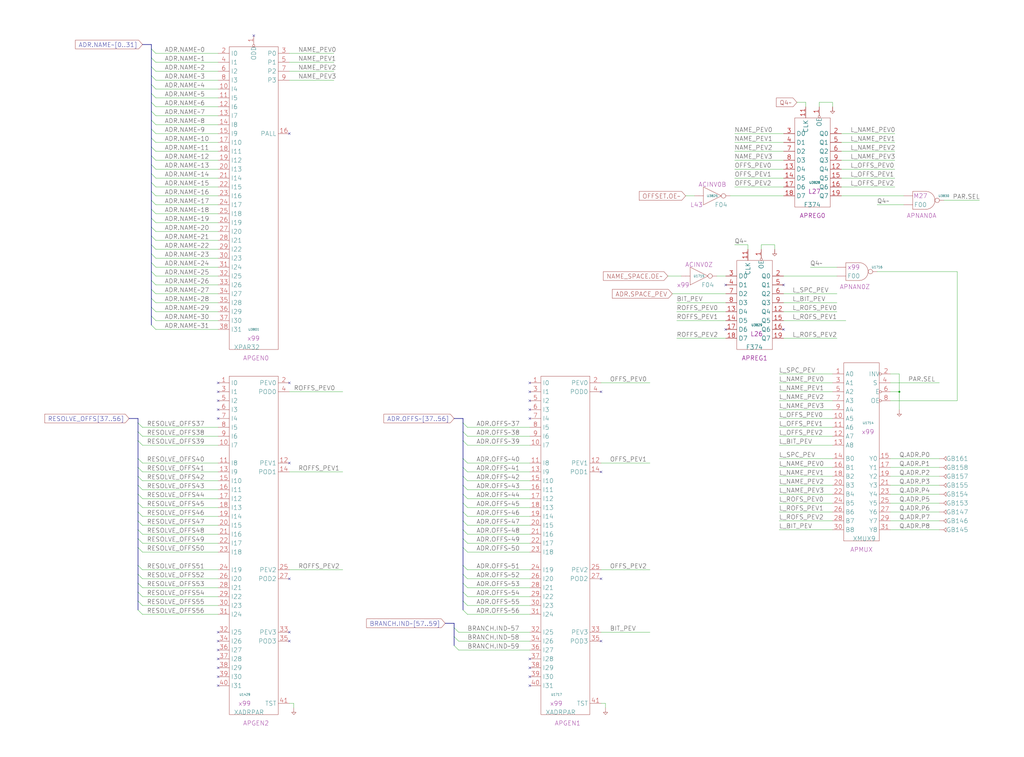
<source format=kicad_sch>
(kicad_sch (version 20230121) (generator eeschema)
  (paper "User" 584.2 431.8)
  (title_block (title "MEMORY ADDRESS PARITY") (date "22-MAY-90") (rev "1.0") (comment 1 "SEQUENCER") (comment 2 "232-003064") (comment 3 "S400") (comment 4 "RELEASED"))
  (lib_symbols
    (symbol "r1000:F00" (pin_numbers hide) (pin_names hide)
      (property "Reference" "U" (at 15.24 0 0))
      (property "Value" "F00" (at 1.905 -5.08 0))
      (property "Location" "___" (at 1.905 0 0))
      (property "Name" "______" (at 2.54 -12.7 0))
      (symbol "F00_0_1"
        (polyline (pts (xy -2.54 -7.62) (xy 5.08 -7.62)) (stroke (width 0.1524)))
        (polyline (pts (xy -2.54 2.54) (xy -2.54 -7.62)) (stroke (width 0.1524)))
        (polyline (pts (xy -2.54 2.54) (xy 5.08 2.54)) (stroke (width 0.1524)))
        (arc (start 5.08 -7.62) (mid 10.1282 -2.54) (end 5.08 2.54) (stroke (width 0.1524)))
        (circle (center 11.43 -2.54) (radius 1.27) (stroke (width 0.1524)))
      )
      (symbol "F00_0_2"
        (circle (center -3.81 -5.08) (radius 1.27) (stroke (width 0.1524)))
        (circle (center -3.81 0) (radius 1.27) (stroke (width 0.1524)))
        (arc (start -3.175 -7.62) (mid -2.134 -2.54) (end -3.175 2.54) (stroke (width 0.1524)))
        (polyline (pts (xy -3.175 -7.62) (xy 3.81 -7.62)) (stroke (width 0.1524)))
        (polyline (pts (xy -3.175 2.54) (xy 3.81 2.54)) (stroke (width 0.1524)))
        (arc (start 3.81 -7.62) (mid 7.5855 -5.8306) (end 10.16 -2.54) (stroke (width 0.1524)))
        (arc (start 10.16 -2.54) (mid 7.5827 0.7471) (end 3.81 2.54) (stroke (width 0.1524)))
      )
      (symbol "F00_1_1"
        (pin input line (at -7.62 0 0) (length 5.08) (name "D0") (number "1"))
        (pin input line (at -7.62 -5.08 0) (length 5.08) (name "D1") (number "2"))
        (pin output line (at 15.24 -2.54 180) (length 2.54) (name "Q") (number "3"))
      )
      (symbol "F00_1_2"
        (pin input line (at -7.62 0 0) (length 2.54) (name "D0") (number "1"))
        (pin input line (at -7.62 -5.08 0) (length 2.54) (name "D1") (number "2"))
        (pin output line (at 15.24 -2.54 180) (length 5.08) (name "Q") (number "3"))
      )
    )
    (symbol "r1000:F04" (pin_numbers hide) (pin_names hide)
      (property "Reference" "U" (at 0 0 0))
      (property "Value" "F04" (at 1.27 -5.08 0))
      (property "Location" "___" (at -12.7 -5.08 0))
      (property "Name" "______" (at 0 5.08 0))
      (symbol "F04_0_1"
        (polyline (pts (xy -7.62 0) (xy -5.08 0)) (stroke (width 0.1524)))
        (polyline (pts (xy -5.08 5.08) (xy -5.08 -5.08)) (stroke (width 0.1524)))
        (polyline (pts (xy 5.08 0) (xy -5.08 -5.08)) (stroke (width 0.1524)))
        (polyline (pts (xy 5.08 0) (xy -5.08 5.08)) (stroke (width 0.1524)))
        (circle (center 6.35 0) (radius 1.27) (stroke (width 0.1524)))
      )
      (symbol "F04_1_1"
        (pin input line (at -10.16 0 0) (length 2.54) (name "D0") (number "1"))
        (pin output line (at 10.16 0 180) (length 2.54) (name "Q") (number "2"))
      )
    )
    (symbol "r1000:F374" (pin_names (offset 1.016))
      (property "Reference" "U" (at 2.54 5.08 0))
      (property "Value" "F374" (at -3.81 -7.62 0))
      (property "Location" "___" (at -1.27 0 0))
      (property "Name" "______" (at 1.27 -15.24 0))
      (symbol "F374_1_1"
        (rectangle (start -8.89 41.91) (end 11.43 -8.89))
        (circle (center 5.08 42.545) (radius 0.635))
        (pin input line (at 5.08 48.26 270) (length 5.08) (name "OE") (number "1"))
        (pin input line (at -2.54 48.26 270) (length 6.35) (name "CLK") (number "11"))
        (pin tri_state line (at 17.78 12.7 180) (length 6.35) (name "Q4") (number "12"))
        (pin input line (at -15.24 12.7 0) (length 6.35) (name "D4") (number "13"))
        (pin input line (at -15.24 7.62 0) (length 6.35) (name "D5") (number "14"))
        (pin tri_state line (at 17.78 7.62 180) (length 6.35) (name "Q5") (number "15"))
        (pin tri_state line (at 17.78 2.54 180) (length 6.35) (name "Q6") (number "16"))
        (pin input line (at -15.24 2.54 0) (length 6.35) (name "D6") (number "17"))
        (pin input line (at -15.24 -2.54 0) (length 6.35) (name "D7") (number "18"))
        (pin tri_state line (at 17.78 -2.54 180) (length 6.35) (name "Q7") (number "19"))
        (pin tri_state line (at 17.78 33.02 180) (length 6.35) (name "Q0") (number "2"))
        (pin input line (at -15.24 33.02 0) (length 6.35) (name "D0") (number "3"))
        (pin input line (at -15.24 27.94 0) (length 6.35) (name "D1") (number "4"))
        (pin tri_state line (at 17.78 27.94 180) (length 6.35) (name "Q1") (number "5"))
        (pin tri_state line (at 17.78 22.86 180) (length 6.35) (name "Q2") (number "6"))
        (pin input line (at -15.24 22.86 0) (length 6.35) (name "D2") (number "7"))
        (pin input line (at -15.24 17.78 0) (length 6.35) (name "D3") (number "8"))
        (pin tri_state line (at 17.78 17.78 180) (length 6.35) (name "Q3") (number "9"))
      )
    )
    (symbol "r1000:GB" (pin_numbers hide) (pin_names (offset 0) hide)
      (property "Reference" "GB" (at 3.81 0 0))
      (symbol "GB_0_1"
        (polyline (pts (xy 2.54 0) (xy 3.81 1.27) (xy 3.81 -1.27) (xy 2.54 0)) (stroke (width 0.1524)))
      )
      (symbol "GB_1_1"
        (pin bidirectional line (at 0 0 0) (length 2.54) (name "") (number "1"))
      )
    )
    (symbol "r1000:PD" (power) (pin_numbers hide) (pin_names hide) (in_bom no)
      (symbol "PD_0_1"
        (polyline (pts (xy 0 -2.54) (xy 1.27 -2.54) (xy 0 -3.81) (xy -1.27 -2.54) (xy 0 -2.54)) (stroke (width 0.1524)))
      )
      (symbol "PD_1_1"
        (pin power_in line (at 0 0 270) (length 2.54) (name "PD") (number "1"))
      )
    )
    (symbol "r1000:XADRPAR" (pin_names (offset 1.016))
      (property "Reference" "U" (at 2.54 5.08 0))
      (property "Value" "XADRPAR" (at -3.81 -5.08 0))
      (property "Location" "___" (at -1.27 0 0))
      (property "Name" "______" (at 8.89 -12.7 0))
      (symbol "XADRPAR_1_1"
        (rectangle (start -6.35 186.69) (end 21.59 -6.35))
        (pin input line (at -12.7 182.88 0) (length 6.35) (name "I0") (number "1"))
        (pin input line (at -12.7 147.32 0) (length 6.35) (name "I7") (number "10"))
        (pin input line (at -12.7 137.16 0) (length 6.35) (name "I8") (number "11"))
        (pin output line (at 27.94 137.16 180) (length 6.35) (name "PEV1") (number "12"))
        (pin input line (at -12.7 132.08 0) (length 6.35) (name "I9") (number "13"))
        (pin output line (at 27.94 132.08 180) (length 6.35) (name "POD1") (number "14"))
        (pin input line (at -12.7 127 0) (length 6.35) (name "I10") (number "15"))
        (pin input line (at -12.7 121.92 0) (length 6.35) (name "I11") (number "16"))
        (pin input line (at -12.7 116.84 0) (length 6.35) (name "I12") (number "17"))
        (pin input line (at -12.7 111.76 0) (length 6.35) (name "I13") (number "18"))
        (pin input line (at -12.7 106.68 0) (length 6.35) (name "I14") (number "19"))
        (pin output line (at 27.94 182.88 180) (length 6.35) (name "PEV0") (number "2"))
        (pin input line (at -12.7 101.6 0) (length 6.35) (name "I15") (number "20"))
        (pin input line (at -12.7 96.52 0) (length 6.35) (name "I16") (number "21"))
        (pin input line (at -12.7 91.44 0) (length 6.35) (name "I17") (number "22"))
        (pin input line (at -12.7 86.36 0) (length 6.35) (name "I18") (number "23"))
        (pin input line (at -12.7 76.2 0) (length 6.35) (name "I19") (number "24"))
        (pin output line (at 27.94 76.2 180) (length 6.35) (name "PEV2") (number "25"))
        (pin input line (at -12.7 71.12 0) (length 6.35) (name "I20") (number "26"))
        (pin output line (at 27.94 71.12 180) (length 6.35) (name "POD2") (number "27"))
        (pin input line (at -12.7 66.04 0) (length 6.35) (name "I21") (number "28"))
        (pin input line (at -12.7 60.96 0) (length 6.35) (name "I22") (number "29"))
        (pin input line (at -12.7 177.8 0) (length 6.35) (name "I1") (number "3"))
        (pin input line (at -12.7 55.88 0) (length 6.35) (name "I23") (number "30"))
        (pin input line (at -12.7 50.8 0) (length 6.35) (name "I24") (number "31"))
        (pin input line (at -12.7 40.64 0) (length 6.35) (name "I25") (number "32"))
        (pin output line (at 27.94 40.64 180) (length 6.35) (name "PEV3") (number "33"))
        (pin input line (at -12.7 35.56 0) (length 6.35) (name "I26") (number "34"))
        (pin output line (at 27.94 35.56 180) (length 6.35) (name "POD3") (number "35"))
        (pin input line (at -12.7 30.48 0) (length 6.35) (name "I27") (number "36"))
        (pin input line (at -12.7 25.4 0) (length 6.35) (name "I28") (number "37"))
        (pin input line (at -12.7 20.32 0) (length 6.35) (name "I29") (number "38"))
        (pin input line (at -12.7 15.24 0) (length 6.35) (name "I30") (number "39"))
        (pin output line (at 27.94 177.8 180) (length 6.35) (name "POD0") (number "4"))
        (pin input line (at -12.7 10.16 0) (length 6.35) (name "I31") (number "40"))
        (pin input line (at 27.94 0 180) (length 6.35) (name "TST") (number "41"))
        (pin input line (at -12.7 172.72 0) (length 6.35) (name "I2") (number "5"))
        (pin input line (at -12.7 167.64 0) (length 6.35) (name "I3") (number "6"))
        (pin input line (at -12.7 162.56 0) (length 6.35) (name "I4") (number "7"))
        (pin input line (at -12.7 157.48 0) (length 6.35) (name "I5") (number "8"))
        (pin input line (at -12.7 152.4 0) (length 6.35) (name "I6") (number "9"))
      )
    )
    (symbol "r1000:XMUX9" (pin_names (offset 1.016))
      (property "Reference" "U" (at 2.54 5.08 0))
      (property "Value" "XMUX9" (at -6.35 -60.96 0))
      (property "Location" "___" (at -1.27 0 0))
      (property "Name" "______" (at -1.27 -68.58 0))
      (symbol "XMUX9_1_1"
        (rectangle (start -11.43 39.37) (end 8.89 -62.23))
        (circle (center 9.525 17.78) (radius 0.635))
        (circle (center 9.525 22.86) (radius 0.635))
        (circle (center 9.525 33.02) (radius 0.635))
        (pin input line (at -17.78 33.02 0) (length 6.35) (name "A0") (number "1"))
        (pin input line (at -17.78 7.62 0) (length 6.35) (name "A5") (number "10"))
        (pin input line (at -17.78 2.54 0) (length 6.35) (name "A6") (number "11"))
        (pin input line (at -17.78 -2.54 0) (length 6.35) (name "A7") (number "12"))
        (pin input line (at -17.78 -7.62 0) (length 6.35) (name "A8") (number "13"))
        (pin input line (at -17.78 -15.24 0) (length 6.35) (name "B0") (number "14"))
        (pin tri_state line (at 15.24 -15.24 180) (length 6.35) (name "Y0") (number "15"))
        (pin input line (at -17.78 -20.32 0) (length 6.35) (name "B1") (number "16"))
        (pin tri_state line (at 15.24 -20.32 180) (length 6.35) (name "Y1") (number "17"))
        (pin input line (at -17.78 -25.4 0) (length 6.35) (name "B2") (number "18"))
        (pin tri_state line (at 15.24 -25.4 180) (length 6.35) (name "Y2") (number "19"))
        (pin input line (at 15.24 33.02 180) (length 5.08) (name "INV") (number "2"))
        (pin input line (at -17.78 -30.48 0) (length 6.35) (name "B3") (number "20"))
        (pin tri_state line (at 15.24 -30.48 180) (length 6.35) (name "Y3") (number "21"))
        (pin input line (at -17.78 -35.56 0) (length 6.35) (name "B4") (number "22"))
        (pin tri_state line (at 15.24 -35.56 180) (length 6.35) (name "Y4") (number "23"))
        (pin input line (at -17.78 -40.64 0) (length 6.35) (name "B5") (number "24"))
        (pin tri_state line (at 15.24 -40.64 180) (length 6.35) (name "Y5") (number "25"))
        (pin input line (at -17.78 -45.72 0) (length 6.35) (name "B6") (number "26"))
        (pin tri_state line (at 15.24 -45.72 180) (length 6.35) (name "Y6") (number "27"))
        (pin input line (at -17.78 -50.8 0) (length 6.35) (name "B7") (number "28"))
        (pin tri_state line (at 15.24 -50.8 180) (length 6.35) (name "Y7") (number "29"))
        (pin input line (at -17.78 27.94 0) (length 6.35) (name "A1") (number "3"))
        (pin input line (at -17.78 -55.88 0) (length 6.35) (name "B8") (number "30"))
        (pin tri_state line (at 15.24 -55.88 180) (length 6.35) (name "Y8") (number "31"))
        (pin input line (at 15.24 27.94 180) (length 6.35) (name "S") (number "4"))
        (pin input line (at -17.78 22.86 0) (length 6.35) (name "A2") (number "5"))
        (pin input line (at 15.24 22.86 180) (length 5.08) (name "E") (number "6"))
        (pin input line (at -17.78 17.78 0) (length 6.35) (name "A3") (number "7"))
        (pin input line (at 15.24 17.78 180) (length 5.08) (name "OE") (number "8"))
        (pin input line (at -17.78 12.7 0) (length 6.35) (name "A4") (number "9"))
      )
    )
    (symbol "r1000:XPAR32" (pin_names (offset 1.016))
      (property "Reference" "U" (at 2.54 5.08 0))
      (property "Value" "XPAR32" (at -8.89 -5.08 0))
      (property "Location" "___" (at -1.27 0 0))
      (property "Name" "______" (at 3.81 -12.7 0))
      (symbol "XPAR32_1_1"
        (rectangle (start -11.43 166.37) (end 16.51 -6.35))
        (circle (center 2.54 167.005) (radius 0.635))
        (pin input line (at 2.54 172.72 270) (length 5.08) (name "ODD") (number "1"))
        (pin input line (at -17.78 142.24 0) (length 6.35) (name "I4") (number "10"))
        (pin input line (at -17.78 137.16 0) (length 6.35) (name "I5") (number "11"))
        (pin input line (at -17.78 132.08 0) (length 6.35) (name "I6") (number "12"))
        (pin input line (at -17.78 127 0) (length 6.35) (name "I7") (number "13"))
        (pin input line (at -17.78 121.92 0) (length 6.35) (name "I8") (number "14"))
        (pin input line (at -17.78 116.84 0) (length 6.35) (name "I9") (number "15"))
        (pin output line (at 22.86 116.84 180) (length 6.35) (name "PALL") (number "16"))
        (pin input line (at -17.78 111.76 0) (length 6.35) (name "I10") (number "17"))
        (pin input line (at -17.78 106.68 0) (length 6.35) (name "I11") (number "18"))
        (pin input line (at -17.78 101.6 0) (length 6.35) (name "I12") (number "19"))
        (pin input line (at -17.78 162.56 0) (length 6.35) (name "I0") (number "2"))
        (pin input line (at -17.78 96.52 0) (length 6.35) (name "I13") (number "20"))
        (pin input line (at -17.78 91.44 0) (length 6.35) (name "I14") (number "21"))
        (pin input line (at -17.78 86.36 0) (length 6.35) (name "I15") (number "22"))
        (pin input line (at -17.78 81.28 0) (length 6.35) (name "I16") (number "23"))
        (pin input line (at -17.78 76.2 0) (length 6.35) (name "I17") (number "24"))
        (pin input line (at -17.78 71.12 0) (length 6.35) (name "I18") (number "25"))
        (pin input line (at -17.78 66.04 0) (length 6.35) (name "I19") (number "26"))
        (pin input line (at -17.78 60.96 0) (length 6.35) (name "I20") (number "27"))
        (pin input line (at -17.78 55.88 0) (length 6.35) (name "I21") (number "28"))
        (pin input line (at -17.78 50.8 0) (length 6.35) (name "I22") (number "29"))
        (pin output line (at 22.86 162.56 180) (length 6.35) (name "P0") (number "3"))
        (pin input line (at -17.78 45.72 0) (length 6.35) (name "I23") (number "30"))
        (pin input line (at -17.78 40.64 0) (length 6.35) (name "I24") (number "31"))
        (pin input line (at -17.78 35.56 0) (length 6.35) (name "I25") (number "32"))
        (pin input line (at -17.78 30.48 0) (length 6.35) (name "I26") (number "33"))
        (pin input line (at -17.78 25.4 0) (length 6.35) (name "I27") (number "34"))
        (pin input line (at -17.78 20.32 0) (length 6.35) (name "I28") (number "35"))
        (pin input line (at -17.78 15.24 0) (length 6.35) (name "I29") (number "36"))
        (pin input line (at -17.78 10.16 0) (length 6.35) (name "I30") (number "37"))
        (pin input line (at -17.78 5.08 0) (length 6.35) (name "I31") (number "38"))
        (pin input line (at -17.78 157.48 0) (length 6.35) (name "I1") (number "4"))
        (pin output line (at 22.86 157.48 180) (length 6.35) (name "P1") (number "5"))
        (pin input line (at -17.78 152.4 0) (length 6.35) (name "I2") (number "6"))
        (pin output line (at 22.86 152.4 180) (length 6.35) (name "P2") (number "7"))
        (pin input line (at -17.78 147.32 0) (length 6.35) (name "I3") (number "8"))
        (pin output line (at 22.86 147.32 180) (length 6.35) (name "P3") (number "9"))
      )
    )
  )
  (junction (at 513.08 223.52))
  (no_connect (at 342.9 223.52))
  (no_connect (at 302.26 228.6))
  (no_connect (at 302.26 391.16))
  (no_connect (at 165.1 330.2))
  (no_connect (at 124.46 365.76))
  (no_connect (at 124.46 233.68))
  (no_connect (at 447.04 187.96))
  (no_connect (at 414.02 162.56))
  (no_connect (at 165.1 218.44))
  (no_connect (at 124.46 391.16))
  (no_connect (at 302.26 386.08))
  (no_connect (at 165.1 365.76))
  (no_connect (at 302.26 375.92))
  (no_connect (at 302.26 233.68))
  (no_connect (at 302.26 223.52))
  (no_connect (at 302.26 238.76))
  (no_connect (at 124.46 370.84))
  (no_connect (at 124.46 218.44))
  (no_connect (at 165.1 264.16))
  (no_connect (at 124.46 238.76))
  (no_connect (at 124.46 228.6))
  (no_connect (at 447.04 162.56))
  (no_connect (at 124.46 386.08))
  (no_connect (at 124.46 381))
  (no_connect (at 342.9 365.76))
  (no_connect (at 144.78 20.32))
  (no_connect (at 165.1 76.2))
  (no_connect (at 302.26 381))
  (no_connect (at 124.46 360.68))
  (no_connect (at 302.26 218.44))
  (no_connect (at 414.02 187.96))
  (no_connect (at 342.9 330.2))
  (no_connect (at 165.1 360.68))
  (no_connect (at 124.46 375.92))
  (no_connect (at 342.9 269.24))
  (no_connect (at 124.46 223.52))
  (bus_entry (at 264.16 241.3) (size 2.54 2.54))
  (bus_entry (at 86.36 33.02) (size 2.54 2.54))
  (bus_entry (at 86.36 160.02) (size 2.54 2.54))
  (bus_entry (at 78.74 266.7) (size 2.54 2.54))
  (bus_entry (at 264.16 287.02) (size 2.54 2.54))
  (bus_entry (at 264.16 337.82) (size 2.54 2.54))
  (bus_entry (at 78.74 322.58) (size 2.54 2.54))
  (bus_entry (at 264.16 281.94) (size 2.54 2.54))
  (bus_entry (at 86.36 38.1) (size 2.54 2.54))
  (bus_entry (at 86.36 68.58) (size 2.54 2.54))
  (bus_entry (at 78.74 307.34) (size 2.54 2.54))
  (bus_entry (at 264.16 261.62) (size 2.54 2.54))
  (bus_entry (at 78.74 287.02) (size 2.54 2.54))
  (bus_entry (at 86.36 27.94) (size 2.54 2.54))
  (bus_entry (at 264.16 322.58) (size 2.54 2.54))
  (bus_entry (at 86.36 88.9) (size 2.54 2.54))
  (bus_entry (at 86.36 104.14) (size 2.54 2.54))
  (bus_entry (at 264.16 292.1) (size 2.54 2.54))
  (bus_entry (at 78.74 342.9) (size 2.54 2.54))
  (bus_entry (at 86.36 78.74) (size 2.54 2.54))
  (bus_entry (at 86.36 119.38) (size 2.54 2.54))
  (bus_entry (at 78.74 276.86) (size 2.54 2.54))
  (bus_entry (at 264.16 307.34) (size 2.54 2.54))
  (bus_entry (at 86.36 139.7) (size 2.54 2.54))
  (bus_entry (at 86.36 53.34) (size 2.54 2.54))
  (bus_entry (at 86.36 99.06) (size 2.54 2.54))
  (bus_entry (at 78.74 302.26) (size 2.54 2.54))
  (bus_entry (at 86.36 134.62) (size 2.54 2.54))
  (bus_entry (at 259.08 358.14) (size 2.54 2.54))
  (bus_entry (at 86.36 63.5) (size 2.54 2.54))
  (bus_entry (at 78.74 241.3) (size 2.54 2.54))
  (bus_entry (at 78.74 281.94) (size 2.54 2.54))
  (bus_entry (at 86.36 185.42) (size 2.54 2.54))
  (bus_entry (at 264.16 302.26) (size 2.54 2.54))
  (bus_entry (at 264.16 276.86) (size 2.54 2.54))
  (bus_entry (at 264.16 297.18) (size 2.54 2.54))
  (bus_entry (at 86.36 124.46) (size 2.54 2.54))
  (bus_entry (at 86.36 154.94) (size 2.54 2.54))
  (bus_entry (at 259.08 363.22) (size 2.54 2.54))
  (bus_entry (at 78.74 297.18) (size 2.54 2.54))
  (bus_entry (at 78.74 347.98) (size 2.54 2.54))
  (bus_entry (at 86.36 114.3) (size 2.54 2.54))
  (bus_entry (at 264.16 266.7) (size 2.54 2.54))
  (bus_entry (at 86.36 58.42) (size 2.54 2.54))
  (bus_entry (at 78.74 337.82) (size 2.54 2.54))
  (bus_entry (at 78.74 246.38) (size 2.54 2.54))
  (bus_entry (at 86.36 48.26) (size 2.54 2.54))
  (bus_entry (at 78.74 327.66) (size 2.54 2.54))
  (bus_entry (at 86.36 129.54) (size 2.54 2.54))
  (bus_entry (at 86.36 170.18) (size 2.54 2.54))
  (bus_entry (at 86.36 73.66) (size 2.54 2.54))
  (bus_entry (at 264.16 246.38) (size 2.54 2.54))
  (bus_entry (at 86.36 93.98) (size 2.54 2.54))
  (bus_entry (at 264.16 251.46) (size 2.54 2.54))
  (bus_entry (at 264.16 342.9) (size 2.54 2.54))
  (bus_entry (at 86.36 175.26) (size 2.54 2.54))
  (bus_entry (at 86.36 144.78) (size 2.54 2.54))
  (bus_entry (at 86.36 180.34) (size 2.54 2.54))
  (bus_entry (at 264.16 327.66) (size 2.54 2.54))
  (bus_entry (at 78.74 271.78) (size 2.54 2.54))
  (bus_entry (at 78.74 312.42) (size 2.54 2.54))
  (bus_entry (at 264.16 332.74) (size 2.54 2.54))
  (bus_entry (at 86.36 83.82) (size 2.54 2.54))
  (bus_entry (at 78.74 261.62) (size 2.54 2.54))
  (bus_entry (at 86.36 149.86) (size 2.54 2.54))
  (bus_entry (at 78.74 332.74) (size 2.54 2.54))
  (bus_entry (at 86.36 165.1) (size 2.54 2.54))
  (bus_entry (at 259.08 368.3) (size 2.54 2.54))
  (bus_entry (at 264.16 312.42) (size 2.54 2.54))
  (bus_entry (at 78.74 292.1) (size 2.54 2.54))
  (bus_entry (at 264.16 347.98) (size 2.54 2.54))
  (bus_entry (at 264.16 271.78) (size 2.54 2.54))
  (bus_entry (at 78.74 251.46) (size 2.54 2.54))
  (bus_entry (at 86.36 43.18) (size 2.54 2.54))
  (bus_entry (at 86.36 109.22) (size 2.54 2.54))
  (wire (pts (xy 81.28 309.88) (xy 124.46 309.88)))
  (bus (pts (xy 264.16 271.78) (xy 264.16 276.86)))
  (bus (pts (xy 86.36 93.98) (xy 86.36 99.06)))
  (wire (pts (xy 447.04 167.64) (xy 477.52 167.64)))
  (bus (pts (xy 264.16 322.58) (xy 264.16 312.42)))
  (wire (pts (xy 88.9 147.32) (xy 124.46 147.32)))
  (wire (pts (xy 508 261.62) (xy 535.94 261.62)))
  (wire (pts (xy 434.34 139.7) (xy 441.96 139.7)))
  (bus (pts (xy 86.36 88.9) (xy 86.36 93.98)))
  (wire (pts (xy 88.9 40.64) (xy 124.46 40.64)))
  (wire (pts (xy 261.62 360.68) (xy 302.26 360.68)))
  (bus (pts (xy 264.16 261.62) (xy 264.16 251.46)))
  (wire (pts (xy 480.06 76.2) (xy 510.54 76.2)))
  (wire (pts (xy 508 292.1) (xy 535.94 292.1)))
  (wire (pts (xy 416.56 111.76) (xy 447.04 111.76)))
  (bus (pts (xy 86.36 134.62) (xy 86.36 139.7)))
  (wire (pts (xy 165.1 269.24) (xy 195.58 269.24)))
  (bus (pts (xy 86.36 175.26) (xy 86.36 180.34)))
  (wire (pts (xy 167.64 403.86) (xy 167.64 401.32)))
  (wire (pts (xy 444.5 271.78) (xy 474.98 271.78)))
  (wire (pts (xy 444.5 292.1) (xy 474.98 292.1)))
  (wire (pts (xy 454.66 58.42) (xy 459.74 58.42)))
  (wire (pts (xy 266.7 254) (xy 302.26 254)))
  (bus (pts (xy 86.36 43.18) (xy 86.36 48.26)))
  (wire (pts (xy 426.72 139.7) (xy 419.1 139.7)))
  (bus (pts (xy 78.74 281.94) (xy 78.74 287.02)))
  (wire (pts (xy 88.9 132.08) (xy 124.46 132.08)))
  (wire (pts (xy 81.28 269.24) (xy 124.46 269.24)))
  (wire (pts (xy 266.7 243.84) (xy 302.26 243.84)))
  (wire (pts (xy 266.7 279.4) (xy 302.26 279.4)))
  (wire (pts (xy 508 281.94) (xy 535.94 281.94)))
  (wire (pts (xy 408.94 157.48) (xy 414.02 157.48)))
  (wire (pts (xy 165.1 40.64) (xy 190.5 40.64)))
  (wire (pts (xy 513.08 213.36) (xy 508 213.36)))
  (wire (pts (xy 261.62 365.76) (xy 302.26 365.76)))
  (wire (pts (xy 508 223.52) (xy 513.08 223.52)))
  (wire (pts (xy 444.5 213.36) (xy 474.98 213.36)))
  (wire (pts (xy 165.1 325.12) (xy 195.58 325.12)))
  (bus (pts (xy 259.08 363.22) (xy 259.08 368.3)))
  (wire (pts (xy 88.9 152.4) (xy 124.46 152.4)))
  (bus (pts (xy 78.74 312.42) (xy 78.74 322.58)))
  (wire (pts (xy 266.7 330.2) (xy 302.26 330.2)))
  (wire (pts (xy 81.28 289.56) (xy 124.46 289.56)))
  (wire (pts (xy 81.28 264.16) (xy 124.46 264.16)))
  (wire (pts (xy 467.36 58.42) (xy 474.98 58.42)))
  (bus (pts (xy 259.08 358.14) (xy 259.08 363.22)))
  (wire (pts (xy 345.44 401.32) (xy 342.9 401.32)))
  (bus (pts (xy 78.74 327.66) (xy 78.74 332.74)))
  (wire (pts (xy 266.7 304.8) (xy 302.26 304.8)))
  (bus (pts (xy 78.74 241.3) (xy 78.74 246.38)))
  (bus (pts (xy 86.36 109.22) (xy 86.36 114.3)))
  (bus (pts (xy 78.74 287.02) (xy 78.74 292.1)))
  (wire (pts (xy 480.06 106.68) (xy 510.54 106.68)))
  (wire (pts (xy 508 276.86) (xy 535.94 276.86)))
  (wire (pts (xy 480.06 96.52) (xy 510.54 96.52)))
  (wire (pts (xy 444.5 223.52) (xy 474.98 223.52)))
  (wire (pts (xy 444.5 228.6) (xy 474.98 228.6)))
  (wire (pts (xy 480.06 101.6) (xy 510.54 101.6)))
  (bus (pts (xy 264.16 327.66) (xy 264.16 332.74)))
  (wire (pts (xy 81.28 325.12) (xy 124.46 325.12)))
  (wire (pts (xy 467.36 58.42) (xy 467.36 60.96)))
  (bus (pts (xy 86.36 114.3) (xy 86.36 119.38)))
  (wire (pts (xy 513.08 223.52) (xy 513.08 213.36)))
  (wire (pts (xy 81.28 274.32) (xy 124.46 274.32)))
  (wire (pts (xy 88.9 30.48) (xy 124.46 30.48)))
  (wire (pts (xy 88.9 106.68) (xy 124.46 106.68)))
  (bus (pts (xy 86.36 48.26) (xy 86.36 53.34)))
  (bus (pts (xy 86.36 160.02) (xy 86.36 165.1)))
  (wire (pts (xy 266.7 294.64) (xy 302.26 294.64)))
  (bus (pts (xy 264.16 266.7) (xy 264.16 271.78)))
  (bus (pts (xy 86.36 139.7) (xy 86.36 144.78)))
  (bus (pts (xy 86.36 27.94) (xy 86.36 33.02)))
  (wire (pts (xy 345.44 403.86) (xy 345.44 401.32)))
  (wire (pts (xy 480.06 86.36) (xy 510.54 86.36)))
  (wire (pts (xy 88.9 91.44) (xy 124.46 91.44)))
  (wire (pts (xy 88.9 142.24) (xy 124.46 142.24)))
  (bus (pts (xy 78.74 297.18) (xy 78.74 302.26)))
  (wire (pts (xy 81.28 335.28) (xy 124.46 335.28)))
  (wire (pts (xy 88.9 111.76) (xy 124.46 111.76)))
  (bus (pts (xy 264.16 342.9) (xy 264.16 347.98)))
  (wire (pts (xy 447.04 193.04) (xy 477.52 193.04)))
  (bus (pts (xy 78.74 238.76) (xy 78.74 241.3)))
  (wire (pts (xy 444.5 243.84) (xy 474.98 243.84)))
  (wire (pts (xy 426.72 142.24) (xy 426.72 139.7)))
  (wire (pts (xy 81.28 284.48) (xy 124.46 284.48)))
  (wire (pts (xy 546.1 154.94) (xy 546.1 228.6)))
  (bus (pts (xy 254 355.6) (xy 259.08 355.6)))
  (bus (pts (xy 264.16 276.86) (xy 264.16 281.94)))
  (wire (pts (xy 342.9 218.44) (xy 370.84 218.44)))
  (bus (pts (xy 78.74 292.1) (xy 78.74 297.18)))
  (bus (pts (xy 78.74 276.86) (xy 78.74 281.94)))
  (bus (pts (xy 264.16 297.18) (xy 264.16 302.26)))
  (wire (pts (xy 81.28 304.8) (xy 124.46 304.8)))
  (bus (pts (xy 86.36 149.86) (xy 86.36 154.94)))
  (wire (pts (xy 81.28 243.84) (xy 124.46 243.84)))
  (wire (pts (xy 447.04 172.72) (xy 477.52 172.72)))
  (wire (pts (xy 441.96 139.7) (xy 441.96 142.24)))
  (bus (pts (xy 264.16 287.02) (xy 264.16 292.1)))
  (wire (pts (xy 88.9 45.72) (xy 124.46 45.72)))
  (bus (pts (xy 86.36 73.66) (xy 86.36 78.74)))
  (wire (pts (xy 508 266.7) (xy 535.94 266.7)))
  (bus (pts (xy 78.74 261.62) (xy 78.74 266.7)))
  (wire (pts (xy 81.28 294.64) (xy 124.46 294.64)))
  (wire (pts (xy 342.9 360.68) (xy 370.84 360.68)))
  (wire (pts (xy 391.16 111.76) (xy 396.24 111.76)))
  (wire (pts (xy 261.62 370.84) (xy 302.26 370.84)))
  (wire (pts (xy 444.5 238.76) (xy 474.98 238.76)))
  (bus (pts (xy 264.16 302.26) (xy 264.16 307.34)))
  (wire (pts (xy 386.08 177.8) (xy 414.02 177.8)))
  (bus (pts (xy 264.16 322.58) (xy 264.16 327.66)))
  (wire (pts (xy 500.38 154.94) (xy 546.1 154.94)))
  (wire (pts (xy 266.7 284.48) (xy 302.26 284.48)))
  (bus (pts (xy 86.36 129.54) (xy 86.36 134.62)))
  (wire (pts (xy 88.9 121.92) (xy 124.46 121.92)))
  (wire (pts (xy 81.28 254) (xy 124.46 254)))
  (wire (pts (xy 444.5 276.86) (xy 474.98 276.86)))
  (bus (pts (xy 86.36 83.82) (xy 86.36 88.9)))
  (wire (pts (xy 508 302.26) (xy 535.94 302.26)))
  (bus (pts (xy 86.36 58.42) (xy 86.36 63.5)))
  (wire (pts (xy 266.7 274.32) (xy 302.26 274.32)))
  (bus (pts (xy 86.36 165.1) (xy 86.36 170.18)))
  (wire (pts (xy 266.7 269.24) (xy 302.26 269.24)))
  (bus (pts (xy 264.16 332.74) (xy 264.16 337.82)))
  (bus (pts (xy 86.36 25.4) (xy 86.36 27.94)))
  (bus (pts (xy 86.36 170.18) (xy 86.36 175.26)))
  (bus (pts (xy 86.36 154.94) (xy 86.36 160.02)))
  (bus (pts (xy 264.16 261.62) (xy 264.16 266.7)))
  (bus (pts (xy 86.36 63.5) (xy 86.36 68.58)))
  (wire (pts (xy 81.28 279.4) (xy 124.46 279.4)))
  (wire (pts (xy 474.98 58.42) (xy 474.98 60.96)))
  (wire (pts (xy 419.1 101.6) (xy 447.04 101.6)))
  (bus (pts (xy 86.36 180.34) (xy 86.36 185.42)))
  (bus (pts (xy 264.16 307.34) (xy 264.16 312.42)))
  (bus (pts (xy 78.74 322.58) (xy 78.74 327.66)))
  (wire (pts (xy 81.28 248.92) (xy 124.46 248.92)))
  (wire (pts (xy 266.7 335.28) (xy 302.26 335.28)))
  (wire (pts (xy 444.5 266.7) (xy 474.98 266.7)))
  (wire (pts (xy 386.08 182.88) (xy 414.02 182.88)))
  (wire (pts (xy 444.5 297.18) (xy 474.98 297.18)))
  (wire (pts (xy 88.9 50.8) (xy 124.46 50.8)))
  (wire (pts (xy 266.7 345.44) (xy 302.26 345.44)))
  (wire (pts (xy 342.9 325.12) (xy 370.84 325.12)))
  (wire (pts (xy 167.64 401.32) (xy 165.1 401.32)))
  (bus (pts (xy 78.74 271.78) (xy 78.74 276.86)))
  (wire (pts (xy 342.9 264.16) (xy 370.84 264.16)))
  (wire (pts (xy 444.5 302.26) (xy 474.98 302.26)))
  (wire (pts (xy 81.28 314.96) (xy 124.46 314.96)))
  (bus (pts (xy 78.74 337.82) (xy 78.74 342.9)))
  (wire (pts (xy 88.9 76.2) (xy 124.46 76.2)))
  (wire (pts (xy 500.38 116.84) (xy 515.62 116.84)))
  (bus (pts (xy 264.16 241.3) (xy 264.16 238.76)))
  (bus (pts (xy 78.74 246.38) (xy 78.74 251.46)))
  (wire (pts (xy 88.9 66.04) (xy 124.46 66.04)))
  (wire (pts (xy 419.1 76.2) (xy 447.04 76.2)))
  (bus (pts (xy 264.16 292.1) (xy 264.16 297.18)))
  (bus (pts (xy 264.16 246.38) (xy 264.16 241.3)))
  (bus (pts (xy 264.16 238.76) (xy 259.08 238.76)))
  (wire (pts (xy 88.9 187.96) (xy 124.46 187.96)))
  (bus (pts (xy 264.16 337.82) (xy 264.16 342.9)))
  (wire (pts (xy 165.1 30.48) (xy 190.5 30.48)))
  (wire (pts (xy 459.74 58.42) (xy 459.74 60.96)))
  (wire (pts (xy 88.9 101.6) (xy 124.46 101.6)))
  (wire (pts (xy 266.7 248.92) (xy 302.26 248.92)))
  (wire (pts (xy 266.7 289.56) (xy 302.26 289.56)))
  (bus (pts (xy 73.66 238.76) (xy 78.74 238.76)))
  (wire (pts (xy 444.5 233.68) (xy 474.98 233.68)))
  (wire (pts (xy 444.5 261.62) (xy 474.98 261.62)))
  (bus (pts (xy 78.74 302.26) (xy 78.74 307.34)))
  (wire (pts (xy 88.9 177.8) (xy 124.46 177.8)))
  (wire (pts (xy 480.06 81.28) (xy 510.54 81.28)))
  (wire (pts (xy 81.28 350.52) (xy 124.46 350.52)))
  (wire (pts (xy 88.9 55.88) (xy 124.46 55.88)))
  (wire (pts (xy 165.1 223.52) (xy 195.58 223.52)))
  (wire (pts (xy 88.9 96.52) (xy 124.46 96.52)))
  (wire (pts (xy 165.1 45.72) (xy 190.5 45.72)))
  (wire (pts (xy 88.9 162.56) (xy 124.46 162.56)))
  (wire (pts (xy 444.5 287.02) (xy 474.98 287.02)))
  (wire (pts (xy 88.9 71.12) (xy 124.46 71.12)))
  (wire (pts (xy 88.9 167.64) (xy 124.46 167.64)))
  (bus (pts (xy 78.74 266.7) (xy 78.74 271.78)))
  (wire (pts (xy 419.1 91.44) (xy 447.04 91.44)))
  (wire (pts (xy 447.04 157.48) (xy 477.52 157.48)))
  (bus (pts (xy 264.16 246.38) (xy 264.16 251.46)))
  (bus (pts (xy 78.74 332.74) (xy 78.74 337.82)))
  (bus (pts (xy 78.74 342.9) (xy 78.74 347.98)))
  (wire (pts (xy 444.5 248.92) (xy 474.98 248.92)))
  (wire (pts (xy 383.54 167.64) (xy 414.02 167.64)))
  (wire (pts (xy 266.7 264.16) (xy 302.26 264.16)))
  (bus (pts (xy 259.08 355.6) (xy 259.08 358.14)))
  (wire (pts (xy 513.08 233.68) (xy 513.08 223.52)))
  (wire (pts (xy 419.1 86.36) (xy 447.04 86.36)))
  (bus (pts (xy 78.74 251.46) (xy 78.74 261.62)))
  (wire (pts (xy 462.28 152.4) (xy 477.52 152.4)))
  (wire (pts (xy 88.9 182.88) (xy 124.46 182.88)))
  (wire (pts (xy 508 297.18) (xy 535.94 297.18)))
  (wire (pts (xy 419.1 106.68) (xy 447.04 106.68)))
  (bus (pts (xy 86.36 78.74) (xy 86.36 83.82)))
  (wire (pts (xy 165.1 35.56) (xy 190.5 35.56)))
  (wire (pts (xy 88.9 116.84) (xy 124.46 116.84)))
  (bus (pts (xy 86.36 124.46) (xy 86.36 129.54)))
  (wire (pts (xy 88.9 157.48) (xy 124.46 157.48)))
  (wire (pts (xy 88.9 137.16) (xy 124.46 137.16)))
  (wire (pts (xy 447.04 182.88) (xy 482.6 182.88)))
  (wire (pts (xy 88.9 127) (xy 124.46 127)))
  (bus (pts (xy 86.36 99.06) (xy 86.36 104.14)))
  (wire (pts (xy 444.5 218.44) (xy 474.98 218.44)))
  (bus (pts (xy 86.36 144.78) (xy 86.36 149.86)))
  (wire (pts (xy 81.28 345.44) (xy 124.46 345.44)))
  (wire (pts (xy 538.48 114.3) (xy 558.8 114.3)))
  (bus (pts (xy 86.36 119.38) (xy 86.36 124.46)))
  (wire (pts (xy 81.28 340.36) (xy 124.46 340.36)))
  (wire (pts (xy 266.7 314.96) (xy 302.26 314.96)))
  (bus (pts (xy 86.36 68.58) (xy 86.36 73.66)))
  (bus (pts (xy 81.28 25.4) (xy 86.36 25.4)))
  (wire (pts (xy 381 157.48) (xy 388.62 157.48)))
  (wire (pts (xy 266.7 340.36) (xy 302.26 340.36)))
  (wire (pts (xy 266.7 325.12) (xy 302.26 325.12)))
  (wire (pts (xy 81.28 299.72) (xy 124.46 299.72)))
  (wire (pts (xy 386.08 172.72) (xy 414.02 172.72)))
  (wire (pts (xy 266.7 309.88) (xy 302.26 309.88)))
  (wire (pts (xy 88.9 86.36) (xy 124.46 86.36)))
  (bus (pts (xy 86.36 38.1) (xy 86.36 43.18)))
  (wire (pts (xy 508 271.78) (xy 535.94 271.78)))
  (wire (pts (xy 266.7 350.52) (xy 302.26 350.52)))
  (wire (pts (xy 386.08 193.04) (xy 414.02 193.04)))
  (wire (pts (xy 508 287.02) (xy 535.94 287.02)))
  (wire (pts (xy 444.5 254) (xy 474.98 254)))
  (wire (pts (xy 81.28 330.2) (xy 124.46 330.2)))
  (wire (pts (xy 88.9 81.28) (xy 124.46 81.28)))
  (wire (pts (xy 447.04 177.8) (xy 477.52 177.8)))
  (wire (pts (xy 508 218.44) (xy 535.94 218.44)))
  (wire (pts (xy 444.5 281.94) (xy 474.98 281.94)))
  (bus (pts (xy 264.16 281.94) (xy 264.16 287.02)))
  (wire (pts (xy 88.9 60.96) (xy 124.46 60.96)))
  (wire (pts (xy 480.06 111.76) (xy 515.62 111.76)))
  (wire (pts (xy 88.9 172.72) (xy 124.46 172.72)))
  (wire (pts (xy 419.1 81.28) (xy 447.04 81.28)))
  (bus (pts (xy 86.36 104.14) (xy 86.36 109.22)))
  (wire (pts (xy 434.34 139.7) (xy 434.34 142.24)))
  (wire (pts (xy 546.1 228.6) (xy 508 228.6)))
  (wire (pts (xy 266.7 299.72) (xy 302.26 299.72)))
  (bus (pts (xy 78.74 307.34) (xy 78.74 312.42)))
  (wire (pts (xy 88.9 35.56) (xy 124.46 35.56)))
  (bus (pts (xy 86.36 53.34) (xy 86.36 58.42)))
  (bus (pts (xy 86.36 33.02) (xy 86.36 38.1)))
  (wire (pts (xy 480.06 91.44) (xy 510.54 91.44)))
  (wire (pts (xy 419.1 96.52) (xy 447.04 96.52)))
  (label "L_NAME_PEV1" (at 485.14 81.28 0) (effects (font (size 2.54 2.54))))
  (label "ADR.NAME~22" (at 93.98 142.24 0) (effects (font (size 2.54 2.54))))
  (label "NAME_PEV0" (at 419.1 76.2 0) (effects (font (size 2.54 2.54))))
  (label "OFFS_PEV2" (at 419.1 106.68 0) (effects (font (size 2.54 2.54))))
  (label "ADR.OFFS~49" (at 271.78 309.88 0) (effects (font (size 2.54 2.54))))
  (label "Q.ADR.P1" (at 513.08 266.7 0) (effects (font (size 2.54 2.54))))
  (label "NAME_PEV0" (at 170.18 30.48 0) (effects (font (size 2.54 2.54))))
  (label "ADR.NAME~11" (at 93.98 86.36 0) (effects (font (size 2.54 2.54))))
  (label "ADR.NAME~0" (at 93.98 30.48 0) (effects (font (size 2.54 2.54))))
  (label "ADR.NAME~1" (at 93.98 35.56 0) (effects (font (size 2.54 2.54))))
  (label "ADR.NAME~4" (at 93.98 50.8 0) (effects (font (size 2.54 2.54))))
  (label "ADR.NAME~30" (at 93.98 182.88 0) (effects (font (size 2.54 2.54))))
  (label "NAME_PEV3" (at 419.1 91.44 0) (effects (font (size 2.54 2.54))))
  (label "L_BIT_PEV" (at 452.12 172.72 0) (effects (font (size 2.54 2.54))))
  (label "L_SPC_PEV" (at 444.5 213.36 0) (effects (font (size 2.54 2.54))))
  (label "L_OFFS_PEV1" (at 444.5 243.84 0) (effects (font (size 2.54 2.54))))
  (label "RESOLVE_OFFS44" (at 83.82 284.48 0) (effects (font (size 2.54 2.54))))
  (label "BIT_PEV" (at 347.98 360.68 0) (effects (font (size 2.54 2.54))))
  (label "RESOLVE_OFFS41" (at 83.82 269.24 0) (effects (font (size 2.54 2.54))))
  (label "L_NAME_PEV0" (at 485.14 76.2 0) (effects (font (size 2.54 2.54))))
  (label "L_ROFS_PEV0" (at 444.5 287.02 0) (effects (font (size 2.54 2.54))))
  (label "ADR.OFFS~43" (at 271.78 279.4 0) (effects (font (size 2.54 2.54))))
  (label "ADR.NAME~20" (at 93.98 132.08 0) (effects (font (size 2.54 2.54))))
  (label "L_NAME_PEV1" (at 444.5 271.78 0) (effects (font (size 2.54 2.54))))
  (label "ADR.OFFS~54" (at 271.78 340.36 0) (effects (font (size 2.54 2.54))))
  (label "ADR.NAME~24" (at 93.98 152.4 0) (effects (font (size 2.54 2.54))))
  (label "Q.ADR.P0" (at 513.08 261.62 0) (effects (font (size 2.54 2.54))))
  (label "L_NAME_PEV3" (at 444.5 233.68 0) (effects (font (size 2.54 2.54))))
  (label "ADR.NAME~9" (at 93.98 76.2 0) (effects (font (size 2.54 2.54))))
  (label "ADR.OFFS~40" (at 271.78 264.16 0) (effects (font (size 2.54 2.54))))
  (label "OFFS_PEV0" (at 347.98 218.44 0) (effects (font (size 2.54 2.54))))
  (label "OFFS_PEV2" (at 347.98 325.12 0) (effects (font (size 2.54 2.54))))
  (label "ADR.OFFS~37" (at 271.78 243.84 0) (effects (font (size 2.54 2.54))))
  (label "OFFS_PEV1" (at 419.1 101.6 0) (effects (font (size 2.54 2.54))))
  (label "L_NAME_PEV2" (at 444.5 228.6 0) (effects (font (size 2.54 2.54))))
  (label "Q.ADR.P4" (at 513.08 281.94 0) (effects (font (size 2.54 2.54))))
  (label "ADR.NAME~15" (at 93.98 106.68 0) (effects (font (size 2.54 2.54))))
  (label "RESOLVE_OFFS43" (at 83.82 279.4 0) (effects (font (size 2.54 2.54))))
  (label "RESOLVE_OFFS47" (at 83.82 299.72 0) (effects (font (size 2.54 2.54))))
  (label "ROFFS_PEV0" (at 167.64 223.52 0) (effects (font (size 2.54 2.54))))
  (label "RESOLVE_OFFS37" (at 83.82 243.84 0) (effects (font (size 2.54 2.54))))
  (label "ROFFS_PEV0" (at 386.08 177.8 0) (effects (font (size 2.54 2.54))))
  (label "ROFFS_PEV2" (at 170.18 325.12 0) (effects (font (size 2.54 2.54))))
  (label "ROFFS_PEV1" (at 170.18 269.24 0) (effects (font (size 2.54 2.54))))
  (label "RESOLVE_OFFS52" (at 83.82 330.2 0) (effects (font (size 2.54 2.54))))
  (label "ADR.NAME~28" (at 93.98 172.72 0) (effects (font (size 2.54 2.54))))
  (label "ROFFS_PEV2" (at 386.08 193.04 0) (effects (font (size 2.54 2.54))))
  (label "ADR.NAME~13" (at 93.98 96.52 0) (effects (font (size 2.54 2.54))))
  (label "L_SPC_PEV" (at 452.12 167.64 0) (effects (font (size 2.54 2.54))))
  (label "ADR.OFFS~56" (at 271.78 350.52 0) (effects (font (size 2.54 2.54))))
  (label "ADR.NAME~25" (at 93.98 157.48 0) (effects (font (size 2.54 2.54))))
  (label "BRANCH.IND~58" (at 266.7 365.76 0) (effects (font (size 2.54 2.54))))
  (label "Q.ADR.P6" (at 513.08 292.1 0) (effects (font (size 2.54 2.54))))
  (label "L_OFFS_PEV0" (at 444.5 238.76 0) (effects (font (size 2.54 2.54))))
  (label "ADR.NAME~2" (at 93.98 40.64 0) (effects (font (size 2.54 2.54))))
  (label "BRANCH.IND~59" (at 266.7 370.84 0) (effects (font (size 2.54 2.54))))
  (label "RESOLVE_OFFS40" (at 83.82 264.16 0) (effects (font (size 2.54 2.54))))
  (label "ADR.OFFS~48" (at 271.78 304.8 0) (effects (font (size 2.54 2.54))))
  (label "ADR.OFFS~39" (at 271.78 254 0) (effects (font (size 2.54 2.54))))
  (label "RESOLVE_OFFS54" (at 83.82 340.36 0) (effects (font (size 2.54 2.54))))
  (label "ADR.OFFS~53" (at 271.78 335.28 0) (effects (font (size 2.54 2.54))))
  (label "RESOLVE_OFFS55" (at 83.82 345.44 0) (effects (font (size 2.54 2.54))))
  (label "RESOLVE_OFFS38" (at 83.82 248.92 0) (effects (font (size 2.54 2.54))))
  (label "ADR.OFFS~38" (at 271.78 248.92 0) (effects (font (size 2.54 2.54))))
  (label "L_OFFS_PEV2" (at 444.5 248.92 0) (effects (font (size 2.54 2.54))))
  (label "BIT_PEV" (at 386.08 172.72 0) (effects (font (size 2.54 2.54))))
  (label "L_OFFS_PEV0" (at 485.14 96.52 0) (effects (font (size 2.54 2.54))))
  (label "L_NAME_PEV2" (at 444.5 276.86 0) (effects (font (size 2.54 2.54))))
  (label "Q.ADR.P3" (at 513.08 276.86 0) (effects (font (size 2.54 2.54))))
  (label "ADR.NAME~17" (at 93.98 116.84 0) (effects (font (size 2.54 2.54))))
  (label "RESOLVE_OFFS46" (at 83.82 294.64 0) (effects (font (size 2.54 2.54))))
  (label "ADR.NAME~19" (at 93.98 127 0) (effects (font (size 2.54 2.54))))
  (label "BRANCH.IND~57" (at 266.7 360.68 0) (effects (font (size 2.54 2.54))))
  (label "RESOLVE_OFFS50" (at 83.82 314.96 0) (effects (font (size 2.54 2.54))))
  (label "ADR.NAME~7" (at 93.98 66.04 0) (effects (font (size 2.54 2.54))))
  (label "ADR.NAME~3" (at 93.98 45.72 0) (effects (font (size 2.54 2.54))))
  (label "L_ROFS_PEV1" (at 452.12 182.88 0) (effects (font (size 2.54 2.54))))
  (label "ADR.OFFS~55" (at 271.78 345.44 0) (effects (font (size 2.54 2.54))))
  (label "L_BIT_PEV" (at 444.5 302.26 0) (effects (font (size 2.54 2.54))))
  (label "ADR.NAME~23" (at 93.98 147.32 0) (effects (font (size 2.54 2.54))))
  (label "ADR.OFFS~51" (at 271.78 325.12 0) (effects (font (size 2.54 2.54))))
  (label "L_ROFS_PEV2" (at 452.12 193.04 0) (effects (font (size 2.54 2.54))))
  (label "OFFS_PEV1" (at 347.98 264.16 0) (effects (font (size 2.54 2.54))))
  (label "RESOLVE_OFFS56" (at 83.82 350.52 0) (effects (font (size 2.54 2.54))))
  (label "Q.ADR.P5" (at 513.08 287.02 0) (effects (font (size 2.54 2.54))))
  (label "ADR.NAME~18" (at 93.98 121.92 0) (effects (font (size 2.54 2.54))))
  (label "ADR.NAME~29" (at 93.98 177.8 0) (effects (font (size 2.54 2.54))))
  (label "PAR.SEL" (at 518.16 218.44 0) (effects (font (size 2.54 2.54))))
  (label "Q4~" (at 462.28 152.4 0) (effects (font (size 2.54 2.54))))
  (label "ADR.NAME~26" (at 93.98 162.56 0) (effects (font (size 2.54 2.54))))
  (label "L_ROFS_PEV1" (at 444.5 292.1 0) (effects (font (size 2.54 2.54))))
  (label "ADR.NAME~10" (at 93.98 81.28 0) (effects (font (size 2.54 2.54))))
  (label "Q.ADR.P2" (at 513.08 271.78 0) (effects (font (size 2.54 2.54))))
  (label "RESOLVE_OFFS49" (at 83.82 309.88 0) (effects (font (size 2.54 2.54))))
  (label "L_SPC_PEV" (at 444.5 261.62 0) (effects (font (size 2.54 2.54))))
  (label "RESOLVE_OFFS51" (at 83.82 325.12 0) (effects (font (size 2.54 2.54))))
  (label "ROFFS_PEV1" (at 386.08 182.88 0) (effects (font (size 2.54 2.54))))
  (label "L_NAME_PEV3" (at 485.14 91.44 0) (effects (font (size 2.54 2.54))))
  (label "RESOLVE_OFFS42" (at 83.82 274.32 0) (effects (font (size 2.54 2.54))))
  (label "ADR.OFFS~41" (at 271.78 269.24 0) (effects (font (size 2.54 2.54))))
  (label "Q4~" (at 500.38 116.84 0) (effects (font (size 2.54 2.54))))
  (label "ADR.NAME~8" (at 93.98 71.12 0) (effects (font (size 2.54 2.54))))
  (label "L_ROFS_PEV0" (at 452.12 177.8 0) (effects (font (size 2.54 2.54))))
  (label "ADR.NAME~14" (at 93.98 101.6 0) (effects (font (size 2.54 2.54))))
  (label "NAME_PEV1" (at 419.1 81.28 0) (effects (font (size 2.54 2.54))))
  (label "ADR.NAME~5" (at 93.98 55.88 0) (effects (font (size 2.54 2.54))))
  (label "ADR.OFFS~50" (at 271.78 314.96 0) (effects (font (size 2.54 2.54))))
  (label "L_NAME_PEV0" (at 444.5 218.44 0) (effects (font (size 2.54 2.54))))
  (label "NAME_PEV2" (at 170.18 40.64 0) (effects (font (size 2.54 2.54))))
  (label "NAME_PEV2" (at 419.1 86.36 0) (effects (font (size 2.54 2.54))))
  (label "L_NAME_PEV2" (at 485.14 86.36 0) (effects (font (size 2.54 2.54))))
  (label "L_NAME_PEV0" (at 444.5 266.7 0) (effects (font (size 2.54 2.54))))
  (label "Q.ADR.P8" (at 513.08 302.26 0) (effects (font (size 2.54 2.54))))
  (label "RESOLVE_OFFS45" (at 83.82 289.56 0) (effects (font (size 2.54 2.54))))
  (label "ADR.NAME~21" (at 93.98 137.16 0) (effects (font (size 2.54 2.54))))
  (label "ADR.NAME~27" (at 93.98 167.64 0) (effects (font (size 2.54 2.54))))
  (label "PAR.SEL" (at 543.56 114.3 0) (effects (font (size 2.54 2.54))))
  (label "ADR.OFFS~46" (at 271.78 294.64 0) (effects (font (size 2.54 2.54))))
  (label "ADR.OFFS~47" (at 271.78 299.72 0) (effects (font (size 2.54 2.54))))
  (label "ADR.NAME~31" (at 93.98 187.96 0) (effects (font (size 2.54 2.54))))
  (label "NAME_PEV1" (at 170.18 35.56 0) (effects (font (size 2.54 2.54))))
  (label "L_ROFS_PEV2" (at 444.5 297.18 0) (effects (font (size 2.54 2.54))))
  (label "OFFS_PEV0" (at 419.1 96.52 0) (effects (font (size 2.54 2.54))))
  (label "RESOLVE_OFFS48" (at 83.82 304.8 0) (effects (font (size 2.54 2.54))))
  (label "ADR.OFFS~44" (at 271.78 284.48 0) (effects (font (size 2.54 2.54))))
  (label "NAME_PEV3" (at 170.18 45.72 0) (effects (font (size 2.54 2.54))))
  (label "L_NAME_PEV3" (at 444.5 281.94 0) (effects (font (size 2.54 2.54))))
  (label "ADR.OFFS~52" (at 271.78 330.2 0) (effects (font (size 2.54 2.54))))
  (label "ADR.OFFS~45" (at 271.78 289.56 0) (effects (font (size 2.54 2.54))))
  (label "ADR.NAME~16" (at 93.98 111.76 0) (effects (font (size 2.54 2.54))))
  (label "ADR.OFFS~42" (at 271.78 274.32 0) (effects (font (size 2.54 2.54))))
  (label "RESOLVE_OFFS39" (at 83.82 254 0) (effects (font (size 2.54 2.54))))
  (label "ADR.NAME~6" (at 93.98 60.96 0) (effects (font (size 2.54 2.54))))
  (label "L_OFFS_PEV2" (at 485.14 106.68 0) (effects (font (size 2.54 2.54))))
  (label "RESOLVE_OFFS53" (at 83.82 335.28 0) (effects (font (size 2.54 2.54))))
  (label "L_BIT_PEV" (at 444.5 254 0) (effects (font (size 2.54 2.54))))
  (label "ADR.NAME~12" (at 93.98 91.44 0) (effects (font (size 2.54 2.54))))
  (label "Q.ADR.P7" (at 513.08 297.18 0) (effects (font (size 2.54 2.54))))
  (label "L_NAME_PEV1" (at 444.5 223.52 0) (effects (font (size 2.54 2.54))))
  (label "L_OFFS_PEV1" (at 485.14 101.6 0) (effects (font (size 2.54 2.54))))
  (label "Q4~" (at 419.1 139.7 0) (effects (font (size 2.54 2.54))))
  (global_label "Q4~" (shape input) (at 454.66 58.42 180) (effects (font (size 2.54 2.54))) (property "Intersheetrefs" "${INTERSHEET_REFS}" (at 442.9397 58.2613 0) (effects (font (size 1.905 1.905)) (justify right))))
  (global_label "ADR.NAME~[0..31]" (shape input) (at 81.28 25.4 180) (effects (font (size 2.54 2.54))) (property "Intersheetrefs" "${INTERSHEET_REFS}" (at 43.0711 25.2413 0) (effects (font (size 1.905 1.905)) (justify right))))
  (global_label "BRANCH.IND~[57..59]" (shape input) (at 254 355.6 180) (effects (font (size 2.54 2.54))) (property "Intersheetrefs" "${INTERSHEET_REFS}" (at 209.1388 355.4413 0) (effects (font (size 1.905 1.905)) (justify right))))
  (global_label "OFFSET.OE~" (shape input) (at 391.16 111.76 180) (effects (font (size 2.54 2.54))) (property "Intersheetrefs" "${INTERSHEET_REFS}" (at 363.5086 111.76 0) (effects (justify right))))
  (global_label "ADR.SPACE_PEV" (shape input) (at 383.54 167.64 180) (effects (font (size 2.54 2.54))) (property "Intersheetrefs" "${INTERSHEET_REFS}" (at 349.3226 167.4813 0) (effects (font (size 1.905 1.905)) (justify right))))
  (global_label "NAME_SPACE.OE~" (shape input) (at 381 157.48 180) (effects (font (size 2.54 2.54))) (property "Intersheetrefs" "${INTERSHEET_REFS}" (at 343.0676 157.48 0) (effects (justify right))))
  (global_label "RESOLVE_OFFS[37..56]" (shape input) (at 73.66 238.76 180) (effects (font (size 2.54 2.54))) (property "Intersheetrefs" "${INTERSHEET_REFS}" (at 25.533 238.6013 0) (effects (font (size 1.905 1.905)) (justify right))))
  (global_label "ADR.OFFS~[37..56]" (shape input) (at 259.08 238.76 180) (effects (font (size 2.54 2.54))) (property "Intersheetrefs" "${INTERSHEET_REFS}" (at 219.0569 238.6013 0) (effects (font (size 1.905 1.905)) (justify right))))
  (symbol (lib_id "r1000:PD") (at 441.96 142.24 0) (unit 1) (in_bom no)
    (property "Reference" "#PWR0142" (effects hide))
    (property "Value" "PD" (effects hide))
  )
  (symbol (lib_id "r1000:GB") (at 535.94 287.02 0) (unit 1)
    (property "Reference" "GB153" (at 539.75 287.02 0) (effects (font (size 2.54 2.54)) (justify left)))
    (property "Value" "GB" (effects hide))
  )
  (symbol (lib_id "r1000:XADRPAR") (at 137.16 401.32 0) (unit 1)
    (property "Reference" "U1429" (at 139.7 396.24 0))
    (property "Value" "XADRPAR" (at 133.35 406.4 0) (effects (font (size 2.54 2.54)) (justify left)))
    (property "Location" "x99" (at 135.89 401.32 0) (effects (font (size 2.54 2.54)) (justify left)))
    (property "Name" "APGEN2" (at 146.05 414.02 0) (effects (font (size 2.54 2.54)) (justify bottom)))
  )
  (symbol (lib_id "r1000:GB") (at 535.94 281.94 0) (unit 1)
    (property "Reference" "GB154" (at 539.75 281.94 0) (effects (font (size 2.54 2.54)) (justify left)))
    (property "Value" "GB" (effects hide))
  )
  (symbol (lib_id "r1000:GB") (at 535.94 266.7 0) (unit 1)
    (property "Reference" "GB158" (at 539.75 266.7 0) (effects (font (size 2.54 2.54)) (justify left)))
    (property "Value" "GB" (effects hide))
  )
  (symbol (lib_id "r1000:PD") (at 513.08 233.68 0) (unit 1) (in_bom no)
    (property "Reference" "#PWR01701" (effects hide))
    (property "Value" "PD" (effects hide))
  )
  (symbol (lib_id "r1000:F374") (at 429.26 190.5 0) (unit 1)
    (property "Reference" "U3829" (at 431.8 185.42 0))
    (property "Value" "F374" (at 425.45 198.12 0) (effects (font (size 2.54 2.54)) (justify left)))
    (property "Location" "L26" (at 427.99 190.5 0) (effects (font (size 2.54 2.54)) (justify left)))
    (property "Name" "APREG1" (at 430.53 205.74 0) (effects (font (size 2.54 2.54)) (justify bottom)))
  )
  (symbol (lib_id "r1000:GB") (at 535.94 302.26 0) (unit 1)
    (property "Reference" "GB145" (at 539.75 302.26 0) (effects (font (size 2.54 2.54)) (justify left)))
    (property "Value" "GB" (effects hide))
  )
  (symbol (lib_id "r1000:XPAR32") (at 142.24 193.04 0) (unit 1)
    (property "Reference" "U3801" (at 144.78 187.96 0))
    (property "Value" "XPAR32" (at 133.35 198.12 0) (effects (font (size 2.54 2.54)) (justify left)))
    (property "Location" "x99" (at 140.97 193.04 0) (effects (font (size 2.54 2.54)) (justify left)))
    (property "Name" "APGEN0" (at 146.05 205.74 0) (effects (font (size 2.54 2.54)) (justify bottom)))
  )
  (symbol (lib_id "r1000:F04") (at 398.78 157.48 0) (unit 1)
    (property "Reference" "U1715" (at 398.78 157.48 0))
    (property "Value" "F04" (at 400.05 162.56 0) (effects (font (size 2.54 2.54)) (justify left)))
    (property "Location" "x99" (at 386.08 162.56 0) (effects (font (size 2.54 2.54)) (justify left)))
    (property "Name" "ACINV0Z" (at 398.78 152.4 0) (effects (font (size 2.54 2.54)) (justify bottom)))
  )
  (symbol (lib_id "r1000:GB") (at 535.94 276.86 0) (unit 1)
    (property "Reference" "GB155" (at 539.75 276.86 0) (effects (font (size 2.54 2.54)) (justify left)))
    (property "Value" "GB" (effects hide))
  )
  (symbol (lib_id "r1000:GB") (at 535.94 297.18 0) (unit 1)
    (property "Reference" "GB146" (at 539.75 297.18 0) (effects (font (size 2.54 2.54)) (justify left)))
    (property "Value" "GB" (effects hide))
  )
  (symbol (lib_id "r1000:F00") (at 485.14 152.4 0) (unit 1)
    (property "Reference" "U1716" (at 500.38 152.4 0))
    (property "Value" "F00" (at 487.045 157.48 0) (effects (font (size 2.54 2.54))))
    (property "Location" "x99" (at 487.045 152.4 0) (effects (font (size 2.54 2.54))))
    (property "Name" "APNAN0Z" (at 487.68 165.1 0) (effects (font (size 2.54 2.54)) (justify bottom)))
  )
  (symbol (lib_id "r1000:PD") (at 474.98 60.96 0) (unit 1) (in_bom no)
    (property "Reference" "#PWR0141" (effects hide))
    (property "Value" "PD" (effects hide))
  )
  (symbol (lib_id "r1000:F04") (at 406.4 111.76 0) (unit 1)
    (property "Reference" "U3825" (at 406.4 111.76 0))
    (property "Value" "F04" (at 407.67 116.84 0) (effects (font (size 2.54 2.54)) (justify left)))
    (property "Location" "L43" (at 393.7 116.84 0) (effects (font (size 2.54 2.54)) (justify left)))
    (property "Name" "ACINV0B" (at 406.4 106.68 0) (effects (font (size 2.54 2.54)) (justify bottom)))
  )
  (symbol (lib_id "r1000:XMUX9") (at 492.76 246.38 0) (unit 1)
    (property "Reference" "U1714" (at 495.3 241.3 0))
    (property "Value" "XMUX9" (at 486.41 307.34 0) (effects (font (size 2.54 2.54)) (justify left)))
    (property "Location" "x99" (at 491.49 246.38 0) (effects (font (size 2.54 2.54)) (justify left)))
    (property "Name" "APMUX" (at 491.49 314.96 0) (effects (font (size 2.54 2.54)) (justify bottom)))
  )
  (symbol (lib_id "r1000:F374") (at 462.28 109.22 0) (unit 1)
    (property "Reference" "U3828" (at 464.82 104.14 0))
    (property "Value" "F374" (at 458.47 116.84 0) (effects (font (size 2.54 2.54)) (justify left)))
    (property "Location" "L27" (at 461.01 109.22 0) (effects (font (size 2.54 2.54)) (justify left)))
    (property "Name" "APREG0" (at 463.55 124.46 0) (effects (font (size 2.54 2.54)) (justify bottom)))
  )
  (symbol (lib_id "r1000:F00") (at 523.24 111.76 0) (unit 1)
    (property "Reference" "U3830" (at 538.48 111.76 0))
    (property "Value" "F00" (at 525.145 116.84 0) (effects (font (size 2.54 2.54))))
    (property "Location" "M27" (at 525.145 111.76 0) (effects (font (size 2.54 2.54))))
    (property "Name" "APNAN0A" (at 525.78 124.46 0) (effects (font (size 2.54 2.54)) (justify bottom)))
  )
  (symbol (lib_id "r1000:XADRPAR") (at 314.96 401.32 0) (unit 1)
    (property "Reference" "U1717" (at 317.5 396.24 0))
    (property "Value" "XADRPAR" (at 311.15 406.4 0) (effects (font (size 2.54 2.54)) (justify left)))
    (property "Location" "x99" (at 313.69 401.32 0) (effects (font (size 2.54 2.54)) (justify left)))
    (property "Name" "APGEN1" (at 323.85 414.02 0) (effects (font (size 2.54 2.54)) (justify bottom)))
  )
  (symbol (lib_id "r1000:PD") (at 167.64 403.86 0) (unit 1) (in_bom no)
    (property "Reference" "#PWR01402" (effects hide))
    (property "Value" "PD" (effects hide))
  )
  (symbol (lib_id "r1000:GB") (at 535.94 271.78 0) (unit 1)
    (property "Reference" "GB157" (at 539.75 271.78 0) (effects (font (size 2.54 2.54)) (justify left)))
    (property "Value" "GB" (effects hide))
  )
  (symbol (lib_id "r1000:GB") (at 535.94 261.62 0) (unit 1)
    (property "Reference" "GB161" (at 539.75 261.62 0) (effects (font (size 2.54 2.54)) (justify left)))
    (property "Value" "GB" (effects hide))
  )
  (symbol (lib_id "r1000:GB") (at 535.94 292.1 0) (unit 1)
    (property "Reference" "GB147" (at 539.75 292.1 0) (effects (font (size 2.54 2.54)) (justify left)))
    (property "Value" "GB" (effects hide))
  )
  (symbol (lib_id "r1000:PD") (at 345.44 403.86 0) (unit 1) (in_bom no)
    (property "Reference" "#PWR01703" (effects hide))
    (property "Value" "PD" (effects hide))
  )
)
</source>
